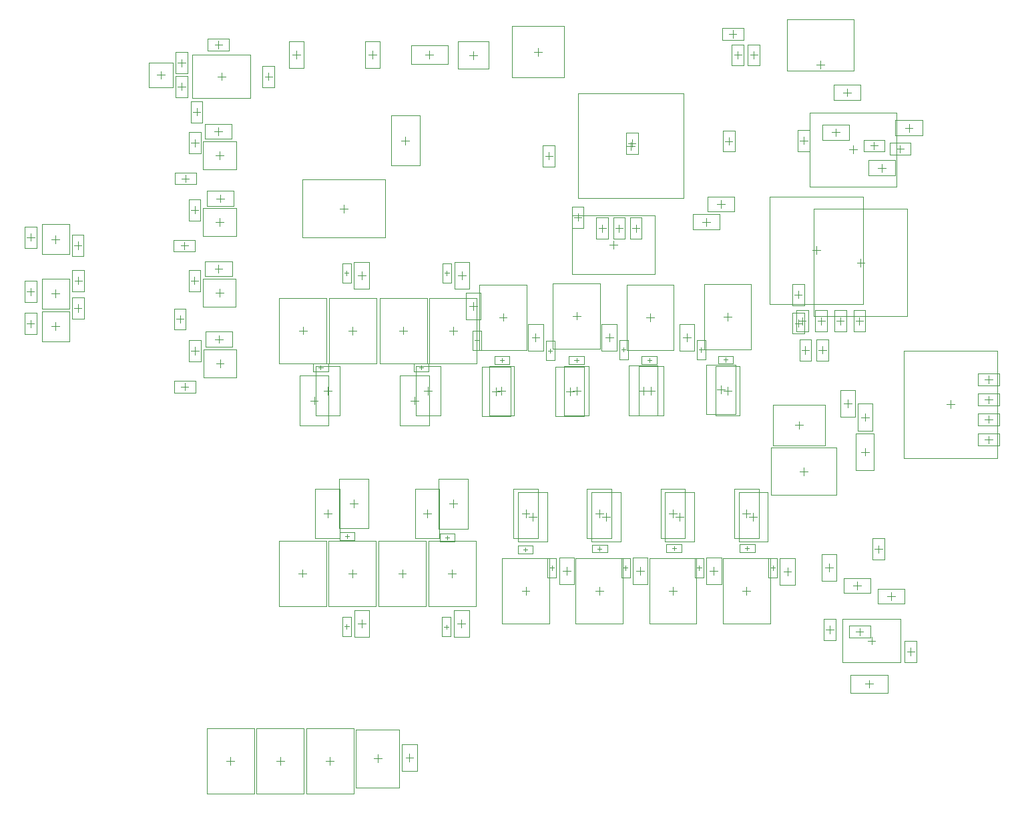
<source format=gbr>
%TF.GenerationSoftware,Altium Limited,Altium Designer,19.1.8 (144)*%
G04 Layer_Color=32768*
%FSLAX26Y26*%
%MOIN*%
%TF.FileFunction,Other,Mechanical_15*%
%TF.Part,Single*%
G01*
G75*
%TA.AperFunction,NonConductor*%
%ADD69C,0.003937*%
%ADD119C,0.001968*%
D69*
X3543699Y3586700D02*
X3581101D01*
X3562400Y3567999D02*
Y3605401D01*
X3911000Y2657999D02*
Y2695401D01*
X3892299Y2676700D02*
X3929701D01*
X4030600Y2524599D02*
Y2562001D01*
X4011899Y2543300D02*
X4049301D01*
X3945000Y2523499D02*
Y2560901D01*
X3926299Y2542200D02*
X3963701D01*
X3909700Y2800499D02*
Y2837901D01*
X3890999Y2819200D02*
X3928401D01*
X4841599Y2395200D02*
X4879001D01*
X4860300Y2376499D02*
Y2413901D01*
X4841599Y2294500D02*
X4879001D01*
X4860300Y2275799D02*
Y2313201D01*
X4841599Y2195800D02*
X4879001D01*
X4860300Y2177099D02*
Y2214501D01*
X4841599Y2094400D02*
X4879001D01*
X4860300Y2075699D02*
Y2113101D01*
X4215000Y2668699D02*
Y2706101D01*
X4196299Y2687400D02*
X4233701D01*
X4119733Y2668699D02*
Y2706101D01*
X4101033Y2687400D02*
X4138434D01*
X4024467Y2668699D02*
Y2706101D01*
X4005766Y2687400D02*
X4043167D01*
X3929200Y2668699D02*
Y2706101D01*
X3910499Y2687400D02*
X3947901D01*
X3099000Y3132599D02*
Y3170001D01*
X3080299Y3151300D02*
X3117701D01*
X3014800Y3132599D02*
Y3170001D01*
X2996099Y3151300D02*
X3033501D01*
X2931200Y3132599D02*
Y3170001D01*
X2912499Y3151300D02*
X2949901D01*
X2808800Y3187699D02*
Y3225101D01*
X2790099Y3206400D02*
X2827501D01*
X727000Y3897315D02*
Y3936685D01*
X707315Y3917000D02*
X746685D01*
X4163740Y3544000D02*
X4203110D01*
X4183425Y3524315D02*
Y3563685D01*
X2287000Y3996315D02*
Y4035685D01*
X2267315Y4016000D02*
X2306685D01*
X3079400Y3557499D02*
Y3594901D01*
X3060699Y3576200D02*
X3098101D01*
X2578606Y2605000D02*
X2617976D01*
X2598291Y2585315D02*
Y2624685D01*
X2267315Y2763000D02*
X2306685D01*
X2287000Y2743315D02*
Y2782685D01*
X3937285Y1916045D02*
Y1955415D01*
X3917600Y1935730D02*
X3956970D01*
X3914000Y2147315D02*
Y2186685D01*
X3894315Y2167000D02*
X3933685D01*
X4223281Y2206730D02*
X4262651D01*
X4242966Y2187045D02*
Y2226415D01*
X4223499Y2033334D02*
X4262869D01*
X4243184Y2013649D02*
Y2053020D01*
X181482Y2824370D02*
X220853D01*
X201168Y2804685D02*
Y2844055D01*
X181315Y2660817D02*
X220685D01*
X201000Y2641132D02*
Y2680502D01*
X75832Y2655299D02*
Y2692701D01*
X57132Y2674000D02*
X94533D01*
X314000Y2871299D02*
Y2908701D01*
X295299Y2890000D02*
X332701D01*
X313000Y2733299D02*
Y2770701D01*
X294299Y2752000D02*
X331701D01*
X830500Y3840799D02*
Y3878201D01*
X811799Y3859500D02*
X849201D01*
X886799Y3732667D02*
X924201D01*
X905500Y3713966D02*
Y3751368D01*
X2582491Y1689315D02*
Y1728685D01*
X2562806Y1709000D02*
X2602176D01*
X2949912Y1689315D02*
Y1728685D01*
X2930227Y1709000D02*
X2969597D01*
X3317334Y1689315D02*
Y1728685D01*
X3297648Y1709000D02*
X3337019D01*
X3684755Y1689315D02*
Y1728685D01*
X3665070Y1709000D02*
X3704440D01*
X1656400Y1601064D02*
Y1621536D01*
X1646164Y1611300D02*
X1666636D01*
X2157000Y1593764D02*
Y1614236D01*
X2146764Y1604000D02*
X2167236D01*
X2536764Y1546000D02*
X2557236D01*
X2547000Y1535764D02*
Y1556236D01*
X2907764Y1550000D02*
X2928236D01*
X2918000Y1539764D02*
Y1560236D01*
X3279008Y1552137D02*
X3299481D01*
X3289244Y1541901D02*
Y1562373D01*
X3644401Y1551989D02*
X3664873D01*
X3654637Y1541753D02*
Y1562225D01*
X1525000Y2444764D02*
Y2465236D01*
X1514764Y2455000D02*
X1535236D01*
X1472520Y2290000D02*
X1511890D01*
X1492205Y2270315D02*
Y2309685D01*
X2419764Y2493118D02*
X2440236D01*
X2430000Y2482882D02*
Y2503354D01*
X3535764Y2493754D02*
X3556236D01*
X3546000Y2483518D02*
Y2503990D01*
X3523314Y2326009D02*
Y2365379D01*
X3503629Y2345694D02*
X3542999D01*
X3155664Y2491900D02*
X3176136D01*
X3165900Y2481664D02*
Y2502136D01*
X3135650Y2320115D02*
Y2359485D01*
X3115965Y2339800D02*
X3155335D01*
X2791764Y2492648D02*
X2812236D01*
X2802000Y2482411D02*
Y2502884D01*
X2769000Y2315315D02*
Y2354685D01*
X2749315Y2335000D02*
X2788685D01*
X2401579Y2315785D02*
Y2355155D01*
X2381894Y2335470D02*
X2421264D01*
X1973957Y2290000D02*
X2013327D01*
X1993642Y2270315D02*
Y2309685D01*
X2026437Y2444764D02*
Y2465236D01*
X2016201Y2455000D02*
X2036673D01*
X3073622Y3542953D02*
Y3582323D01*
X3053937Y3562638D02*
X3093307D01*
X4310400Y1528999D02*
Y1566401D01*
X4291699Y1547700D02*
X4329101D01*
X4243315Y873600D02*
X4282685D01*
X4263000Y853915D02*
Y893285D01*
X4183315Y1365356D02*
X4222685D01*
X4203000Y1345671D02*
Y1385041D01*
X2916222Y1704994D02*
Y1744364D01*
X2896537Y1724679D02*
X2935907D01*
X3283643Y1704994D02*
Y1744364D01*
X3263958Y1724679D02*
X3303328D01*
X3631380D02*
X3670750D01*
X3651065Y1704994D02*
Y1744364D01*
X2037315Y1724679D02*
X2076685D01*
X2057000Y1704994D02*
Y1744364D01*
X1539838Y1725979D02*
X1579208D01*
X1559523Y1706294D02*
Y1745664D01*
X1540315Y2339321D02*
X1579685D01*
X1560000Y2319636D02*
Y2359006D01*
X2041752Y2339321D02*
X2081122D01*
X2061437Y2319636D02*
Y2359006D01*
X3557277Y2319315D02*
Y2358685D01*
X3537592Y2339000D02*
X3576962D01*
X3154551D02*
X3193921D01*
X3174236Y2319315D02*
Y2358685D01*
X2782915Y2339000D02*
X2822285D01*
X2802600Y2319315D02*
Y2358685D01*
X2427900Y2319315D02*
Y2358685D01*
X2408215Y2339000D02*
X2447585D01*
X3651064Y1318084D02*
Y1357455D01*
X3631379Y1337770D02*
X3670749D01*
X3283643Y1318084D02*
Y1357455D01*
X3263958Y1337770D02*
X3303328D01*
X2916221Y1318084D02*
Y1357455D01*
X2896536Y1337770D02*
X2935906D01*
X2548800Y1318084D02*
Y1357455D01*
X2529115Y1337770D02*
X2568485D01*
X2180477Y1404315D02*
Y1443685D01*
X2160792Y1424000D02*
X2200162D01*
X1932081Y1405614D02*
Y1444984D01*
X1912396Y1425299D02*
X1951766D01*
X1683000Y1405614D02*
Y1444984D01*
X1663315Y1425299D02*
X1702685D01*
X1434604Y1406914D02*
Y1446284D01*
X1414919Y1426599D02*
X1454289D01*
X1436523Y2620315D02*
Y2659685D01*
X1416838Y2640000D02*
X1456208D01*
X1684919Y2619016D02*
Y2658386D01*
X1665234Y2638701D02*
X1704604D01*
X1937961Y2620315D02*
Y2659685D01*
X1918276Y2640000D02*
X1957646D01*
X2186356Y2619016D02*
Y2658386D01*
X2166671Y2638701D02*
X2206041D01*
X2435269Y2687016D02*
Y2726386D01*
X2415584Y2706701D02*
X2454954D01*
X2803000Y2693615D02*
Y2732985D01*
X2783315Y2713300D02*
X2822685D01*
X3170112Y2686439D02*
Y2725809D01*
X3150427Y2706124D02*
X3189797D01*
X3557077Y2687652D02*
Y2727022D01*
X3537392Y2707337D02*
X3576762D01*
X4306494Y3453000D02*
X4345864D01*
X4326179Y3433315D02*
Y3472685D01*
X4442315Y3653000D02*
X4481685D01*
X4462000Y3633315D02*
Y3672685D01*
X4399724Y3548000D02*
X4437126D01*
X4418425Y3529299D02*
Y3566701D01*
X4269724Y3564000D02*
X4307126D01*
X4288425Y3545299D02*
Y3582701D01*
X4000984Y3969685D02*
X4040354D01*
X4020669Y3950000D02*
Y3989370D01*
X3582362Y4103283D02*
Y4140685D01*
X3563662Y4121984D02*
X3601063D01*
X3668662Y4016984D02*
X3706063D01*
X3687362Y3998284D02*
Y4035685D01*
X3607362Y3998284D02*
Y4035685D01*
X3588662Y4016984D02*
X3626063D01*
X2610000Y4013315D02*
Y4052685D01*
X2590315Y4033000D02*
X2629685D01*
X4076740Y3630468D02*
X4116110D01*
X4096425Y3610783D02*
Y3650153D01*
X2529115Y1724679D02*
X2568485D01*
X2548800Y1704994D02*
Y1744364D01*
X3431315Y3183000D02*
X3470685D01*
X3451000Y3163315D02*
Y3202685D01*
X3503315Y3271000D02*
X3542685D01*
X3523000Y3251315D02*
Y3290685D01*
X4354315Y1311000D02*
X4393685D01*
X4374000Y1291315D02*
Y1330685D01*
X2664189Y3493699D02*
Y3531101D01*
X2645488Y3512400D02*
X2682890D01*
X2986000Y3049315D02*
Y3088685D01*
X2966315Y3069000D02*
X3005685D01*
X4001000Y3021315D02*
Y3060685D01*
X3981315Y3041000D02*
X4020685D01*
X999449Y2828402D02*
X1038819D01*
X1019134Y2808716D02*
Y2848087D01*
X876250Y2890000D02*
X913652D01*
X894951Y2871299D02*
Y2908701D01*
X995315Y2948648D02*
X1034685D01*
X1015000Y2928963D02*
Y2968333D01*
X803299Y2697000D02*
X840701D01*
X822000Y2678299D02*
Y2715701D01*
X1968345Y485315D02*
Y524685D01*
X1948660Y505000D02*
X1988030D01*
X1809345Y481315D02*
Y520685D01*
X1789660Y501000D02*
X1829030D01*
X4201915Y2979300D02*
X4241285D01*
X4221600Y2959615D02*
Y2998985D01*
X1264000Y3891299D02*
Y3928701D01*
X1245299Y3910000D02*
X1282701D01*
X811299Y3978000D02*
X848701D01*
X830000Y3959299D02*
Y3996701D01*
X1014000Y4050128D02*
Y4087530D01*
X995299Y4068829D02*
X1032701D01*
X1009315Y3910000D02*
X1048685D01*
X1029000Y3890315D02*
Y3929685D01*
X4156184Y2256045D02*
Y2295415D01*
X4136499Y2275730D02*
X4175869D01*
X201168Y3076724D02*
Y3116095D01*
X181482Y3096409D02*
X220853D01*
X293299Y3065000D02*
X330701D01*
X312000Y3046299D02*
Y3083701D01*
X57299Y2834000D02*
X94701D01*
X76000Y2815299D02*
Y2852701D01*
X58499Y3106500D02*
X95901D01*
X77200Y3087799D02*
Y3125201D01*
X1928315Y3589000D02*
X1967685D01*
X1948000Y3569315D02*
Y3608685D01*
X1640000Y3229667D02*
Y3269037D01*
X1620315Y3249352D02*
X1659685D01*
X997181Y2596845D02*
X1036551D01*
X1016866Y2577160D02*
Y2616530D01*
X876982Y3243197D02*
X914384D01*
X895683Y3224496D02*
Y3261898D01*
X1004715Y3300200D02*
X1044085D01*
X1024400Y3280515D02*
Y3319885D01*
X844866Y3045299D02*
Y3082701D01*
X826165Y3064000D02*
X863567D01*
X1002515Y2475600D02*
X1041885D01*
X1022200Y2455915D02*
Y2495285D01*
X878116Y2538197D02*
X915518D01*
X896817Y2519496D02*
Y2556898D01*
X846000Y2340299D02*
Y2377701D01*
X827299Y2359000D02*
X864701D01*
X1000181Y3181599D02*
X1039551D01*
X1019866Y3161913D02*
Y3201284D01*
X1001315Y3516000D02*
X1040685D01*
X1021000Y3496315D02*
Y3535685D01*
X878116Y3577598D02*
X915518D01*
X896817Y3558898D02*
Y3596299D01*
X993115Y3634400D02*
X1032485D01*
X1012800Y3614715D02*
Y3654085D01*
X849700Y3381399D02*
Y3418801D01*
X830999Y3400100D02*
X868401D01*
X2753200Y1419315D02*
Y1458685D01*
X2733515Y1439000D02*
X2772885D01*
X2658160Y1405772D02*
X2701467D01*
X2658160Y1502228D02*
X2701467D01*
Y1405772D02*
Y1502228D01*
X2658160Y1405772D02*
Y1502228D01*
X2679814Y1443173D02*
Y1464827D01*
X2668987Y1454000D02*
X2690640D01*
X2649346Y2490795D02*
X2692653D01*
X2649346Y2587251D02*
X2692653D01*
Y2490795D02*
Y2587251D01*
X2649346Y2490795D02*
Y2587251D01*
X2671000Y2528196D02*
Y2549850D01*
X2660173Y2539023D02*
X2681827D01*
X2965713Y2585209D02*
Y2624579D01*
X2946028Y2604894D02*
X2985398D01*
X3015846Y2496772D02*
X3059153D01*
X3015846Y2593228D02*
X3059153D01*
Y2496772D02*
Y2593228D01*
X3015846Y2496772D02*
Y2593228D01*
X3037500Y2534173D02*
Y2555827D01*
X3026673Y2545000D02*
X3048327D01*
X3855500Y1414915D02*
Y1454285D01*
X3835815Y1434600D02*
X3875185D01*
X3760424Y1405772D02*
X3803731D01*
X3760424Y1502228D02*
X3803731D01*
Y1405772D02*
Y1502228D01*
X3760424Y1405772D02*
Y1502228D01*
X3782078Y1443173D02*
Y1464827D01*
X3771251Y1454000D02*
X3792905D01*
X2230502Y2895315D02*
Y2934685D01*
X2210817Y2915000D02*
X2250187D01*
X2133494Y2879409D02*
X2176801D01*
X2133494Y2975866D02*
X2176801D01*
Y2879409D02*
Y2975866D01*
X2133494Y2879409D02*
Y2975866D01*
X2155148Y2916811D02*
Y2938465D01*
X2144321Y2927638D02*
X2165975D01*
X1729065Y2895315D02*
Y2934685D01*
X1709380Y2915000D02*
X1748750D01*
X1632057Y2879409D02*
X1675364D01*
X1632057Y2975866D02*
X1675364D01*
Y2879409D02*
Y2975866D01*
X1632057Y2879409D02*
Y2975866D01*
X1653711Y2916811D02*
Y2938465D01*
X1642884Y2927638D02*
X1664537D01*
X2227935Y1154315D02*
Y1193685D01*
X2208250Y1174000D02*
X2247620D01*
X2130347Y1207228D02*
X2173654D01*
X2130347Y1110772D02*
X2173654D01*
X2130347D02*
Y1207228D01*
X2173654Y1110772D02*
Y1207228D01*
X2152000Y1148173D02*
Y1169827D01*
X2141173Y1159000D02*
X2162827D01*
X1730458Y1155614D02*
Y1194984D01*
X1710773Y1175299D02*
X1750143D01*
X1632870Y1208528D02*
X1676177D01*
X1632870Y1112071D02*
X1676177D01*
X1632870D02*
Y1208528D01*
X1676177Y1112071D02*
Y1208528D01*
X1654523Y1149473D02*
Y1171126D01*
X1643697Y1160299D02*
X1665350D01*
X3352677Y2586421D02*
Y2625791D01*
X3332992Y2606106D02*
X3372362D01*
X3403041Y2495476D02*
X3446348D01*
X3403041Y2591933D02*
X3446348D01*
Y2495476D02*
Y2591933D01*
X3403041Y2495476D02*
Y2591933D01*
X3424695Y2532878D02*
Y2554532D01*
X3413868Y2543705D02*
X3435522D01*
X2282602Y2542242D02*
X2325909D01*
X2282602Y2638699D02*
X2325909D01*
Y2542242D02*
Y2638699D01*
X2282602Y2542242D02*
Y2638699D01*
X2304256Y2579644D02*
Y2601297D01*
X2293429Y2590470D02*
X2315082D01*
X3488042Y1419315D02*
Y1458685D01*
X3468357Y1439000D02*
X3507727D01*
X3393003Y1405772D02*
X3436310D01*
X3393003Y1502228D02*
X3436310D01*
Y1405772D02*
Y1502228D01*
X3393003Y1405772D02*
Y1502228D01*
X3414657Y1443173D02*
Y1464827D01*
X3403830Y1454000D02*
X3425483D01*
X3025581Y1405772D02*
X3068889D01*
X3025581Y1502228D02*
X3068889D01*
Y1405772D02*
Y1502228D01*
X3025581Y1405772D02*
Y1502228D01*
X3047235Y1443173D02*
Y1464827D01*
X3036408Y1454000D02*
X3058062D01*
X3120621Y1419315D02*
Y1458685D01*
X3100936Y1439000D02*
X3140306D01*
X1689523Y1755614D02*
Y1794984D01*
X1669838Y1775299D02*
X1709208D01*
X2187000Y1754315D02*
Y1793685D01*
X2167315Y1774000D02*
X2206685D01*
X4216000Y1115656D02*
Y1153057D01*
X4197299Y1134356D02*
X4234701D01*
X4153425Y3810315D02*
Y3849685D01*
X4133740Y3830000D02*
X4173110D01*
X3917899Y3589800D02*
X3955301D01*
X3936600Y3571099D02*
Y3608501D01*
X2068000Y3998764D02*
Y4038134D01*
X2048315Y4018449D02*
X2087685D01*
X1763315D02*
X1802685D01*
X1783000Y3998764D02*
Y4038134D01*
X1383315Y4018449D02*
X1422685D01*
X1403000Y3998764D02*
Y4038134D01*
X1551107Y489701D02*
X1590477D01*
X1570792Y470016D02*
Y509386D01*
X1302711Y489701D02*
X1342081D01*
X1322396Y470016D02*
Y509386D01*
X1054315Y489701D02*
X1093685D01*
X1074000Y470016D02*
Y509386D01*
X4044315Y1454000D02*
X4083685D01*
X4064000Y1434315D02*
Y1473685D01*
X4275449Y1070223D02*
Y1109592D01*
X4255764Y1089908D02*
X4295134D01*
X4452299Y1035459D02*
X4489701D01*
X4471000Y1016758D02*
Y1054159D01*
X4048499Y1145300D02*
X4085901D01*
X4067200Y1126599D02*
Y1164001D01*
X4669000Y2251315D02*
Y2290685D01*
X4649315Y2271000D02*
X4688685D01*
D119*
X3591928Y3533550D02*
Y3639850D01*
X3532872Y3533550D02*
Y3639850D01*
Y3533550D02*
X3591928D01*
X3532872Y3639850D02*
X3591928D01*
X3881472Y2729850D02*
X3940528D01*
X3881472Y2623550D02*
X3940528D01*
X3881472D02*
Y2729850D01*
X3940528Y2623550D02*
Y2729850D01*
X4001072Y2490150D02*
X4060128D01*
X4001072Y2596450D02*
X4060128D01*
Y2490150D02*
Y2596450D01*
X4001072Y2490150D02*
Y2596450D01*
X3915472Y2489050D02*
X3974528D01*
X3915472Y2595350D02*
X3974528D01*
Y2489050D02*
Y2595350D01*
X3915472Y2489050D02*
Y2595350D01*
X3880173Y2872350D02*
X3939228D01*
X3880173Y2766050D02*
X3939228D01*
X3880173D02*
Y2872350D01*
X3939228Y2766050D02*
Y2872350D01*
X4913450Y2365672D02*
Y2424727D01*
X4807150Y2365672D02*
Y2424727D01*
X4913450D01*
X4807150Y2365672D02*
X4913450D01*
Y2264972D02*
Y2324028D01*
X4807150Y2264972D02*
Y2324028D01*
X4913450D01*
X4807150Y2264972D02*
X4913450D01*
Y2166272D02*
Y2225327D01*
X4807150Y2166272D02*
Y2225327D01*
X4913450D01*
X4807150Y2166272D02*
X4913450D01*
Y2064872D02*
Y2123927D01*
X4807150Y2064872D02*
Y2123927D01*
X4913450D01*
X4807150Y2064872D02*
X4913450D01*
X4185472Y2634250D02*
X4244527D01*
X4185472Y2740550D02*
X4244527D01*
X4185472Y2634250D02*
Y2740550D01*
X4244527Y2634250D02*
Y2740550D01*
X4090206Y2634250D02*
X4149261D01*
X4090206Y2740550D02*
X4149261D01*
X4090206Y2634250D02*
Y2740550D01*
X4149261Y2634250D02*
Y2740550D01*
X3994939Y2634250D02*
X4053994D01*
X3994939Y2740550D02*
X4053994D01*
X3994939Y2634250D02*
Y2740550D01*
X4053994Y2634250D02*
Y2740550D01*
X3899673Y2634250D02*
X3958728D01*
X3899673Y2740550D02*
X3958728D01*
X3899673Y2634250D02*
Y2740550D01*
X3958728Y2634250D02*
Y2740550D01*
X3069472Y3098150D02*
X3128528D01*
X3069472Y3204450D02*
X3128528D01*
X3069472Y3098150D02*
Y3204450D01*
X3128528Y3098150D02*
Y3204450D01*
X2985272Y3098150D02*
X3044327D01*
X2985272Y3204450D02*
X3044327D01*
X2985272Y3098150D02*
Y3204450D01*
X3044327Y3098150D02*
Y3204450D01*
X2901672Y3098150D02*
X2960727D01*
X2901672Y3204450D02*
X2960727D01*
X2901672Y3098150D02*
Y3204450D01*
X2960727Y3098150D02*
Y3204450D01*
X2779272Y3153250D02*
X2838327D01*
X2779272Y3259550D02*
X2838327D01*
X2779272Y3153250D02*
Y3259550D01*
X2838327Y3153250D02*
Y3259550D01*
X665976Y3855583D02*
X788024D01*
X665976Y3978417D02*
X788024D01*
X665976Y3855583D02*
Y3978417D01*
X788024Y3855583D02*
Y3978417D01*
X3966890Y3358961D02*
Y3729039D01*
X4399961Y3358961D02*
Y3729039D01*
X3966890D02*
X4399961D01*
X3966890Y3358961D02*
X4399961D01*
X2211213Y4084898D02*
X2362787D01*
X2211213Y3947102D02*
X2362787D01*
Y4084898D01*
X2211213Y3947102D02*
Y4084898D01*
X3049872Y3629350D02*
X3108928D01*
X3049872Y3523050D02*
X3108928D01*
X3049872D02*
Y3629350D01*
X3108928Y3523050D02*
Y3629350D01*
X2560890Y2538071D02*
Y2671929D01*
X2635693Y2538071D02*
Y2671929D01*
X2560890D02*
X2635693D01*
X2560890Y2538071D02*
X2635693D01*
X2249598Y2696071D02*
Y2829929D01*
X2324402Y2696071D02*
Y2829929D01*
X2249598D02*
X2324402D01*
X2249598Y2696071D02*
X2324402D01*
X3773899Y1817620D02*
X4100670D01*
X3773899Y2053840D02*
X4100670D01*
X3773899Y1817620D02*
Y2053840D01*
X4100670Y1817620D02*
Y2053840D01*
X3783095Y2066016D02*
X4044905D01*
X3783095Y2267984D02*
X4044905D01*
X3783095Y2066016D02*
Y2267984D01*
X4044905Y2066016D02*
Y2267984D01*
X4280367Y2139801D02*
Y2273659D01*
X4205564Y2139801D02*
Y2273659D01*
Y2139801D02*
X4280367D01*
X4205564Y2273659D02*
X4280367D01*
X4288460Y1940815D02*
Y2125854D01*
X4197908Y1940815D02*
Y2125854D01*
Y1940815D02*
X4288460D01*
X4197908Y2125854D02*
X4288460D01*
X270065Y2748583D02*
Y2900157D01*
X132270Y2748583D02*
Y2900157D01*
Y2748583D02*
X270065D01*
X132270Y2900157D02*
X270065D01*
X269898Y2585030D02*
Y2736604D01*
X132102Y2585030D02*
Y2736604D01*
Y2585030D02*
X269898D01*
X132102Y2736604D02*
X269898D01*
X46305Y2620850D02*
X105360D01*
X46305Y2727150D02*
X105360D01*
Y2620850D02*
Y2727150D01*
X46305Y2620850D02*
Y2727150D01*
X284473Y2836850D02*
X343528D01*
X284473Y2943150D02*
X343528D01*
Y2836850D02*
Y2943150D01*
X284473Y2836850D02*
Y2943150D01*
X283473Y2698850D02*
X342528D01*
X283473Y2805150D02*
X342528D01*
Y2698850D02*
Y2805150D01*
X283473Y2698850D02*
Y2805150D01*
X800972Y3912650D02*
X860028D01*
X800972Y3806350D02*
X860028D01*
X800972D02*
Y3912650D01*
X860028Y3806350D02*
Y3912650D01*
X875972Y3679518D02*
Y3785817D01*
X935028Y3679518D02*
Y3785817D01*
X875972D02*
X935028D01*
X875972Y3679518D02*
X935028D01*
X2509656Y1584984D02*
X2655325D01*
X2509656Y1833016D02*
X2655325D01*
Y1584984D02*
Y1833016D01*
X2509656Y1584984D02*
Y1833016D01*
X2877077Y1584984D02*
X3022747D01*
X2877077Y1833016D02*
X3022747D01*
Y1584984D02*
Y1833016D01*
X2877077Y1584984D02*
Y1833016D01*
X3244499Y1584984D02*
X3390168D01*
X3244499Y1833016D02*
X3390168D01*
Y1584984D02*
Y1833016D01*
X3244499Y1584984D02*
Y1833016D01*
X3611920Y1584984D02*
X3757590D01*
X3611920Y1833016D02*
X3757590D01*
Y1584984D02*
Y1833016D01*
X3611920Y1584984D02*
Y1833016D01*
X1618998Y1630985D02*
X1693802D01*
X1618998Y1591615D02*
X1693802D01*
Y1630985D01*
X1618998Y1591615D02*
Y1630985D01*
X2119599Y1623685D02*
X2194402D01*
X2119599Y1584315D02*
X2194402D01*
Y1623685D01*
X2119599Y1584315D02*
Y1623685D01*
X2509599Y1526315D02*
Y1565685D01*
X2584402Y1526315D02*
Y1565685D01*
X2509599Y1526315D02*
X2584402D01*
X2509599Y1565685D02*
X2584402D01*
X2880599Y1530315D02*
Y1569685D01*
X2955402Y1530315D02*
Y1569685D01*
X2880599Y1530315D02*
X2955402D01*
X2880599Y1569685D02*
X2955402D01*
X3251843Y1532452D02*
Y1571822D01*
X3326646Y1532452D02*
Y1571822D01*
X3251843Y1532452D02*
X3326646D01*
X3251843Y1571822D02*
X3326646D01*
X3617235Y1532304D02*
Y1571674D01*
X3692038Y1532304D02*
Y1571674D01*
X3617235Y1532304D02*
X3692038D01*
X3617235Y1571674D02*
X3692038D01*
X1487598Y2435315D02*
X1562401D01*
X1487598Y2474685D02*
X1562401D01*
X1487598Y2435315D02*
Y2474685D01*
X1562401Y2435315D02*
Y2474685D01*
X1565039Y2165984D02*
Y2414016D01*
X1419370Y2165984D02*
Y2414016D01*
Y2165984D02*
X1565039D01*
X1419370Y2414016D02*
X1565039D01*
X2467401Y2473433D02*
Y2512803D01*
X2392598Y2473433D02*
Y2512803D01*
X2467401D01*
X2392598Y2473433D02*
X2467401D01*
X3583401Y2474069D02*
Y2513439D01*
X3508598Y2474069D02*
Y2513439D01*
X3583401D01*
X3508598Y2474069D02*
X3583401D01*
X3450479Y2469709D02*
X3596149D01*
X3450479Y2221678D02*
X3596149D01*
X3450479D02*
Y2469709D01*
X3596149Y2221678D02*
Y2469709D01*
X3203302Y2472215D02*
Y2511585D01*
X3128498Y2472215D02*
Y2511585D01*
X3203302D01*
X3128498Y2472215D02*
X3203302D01*
X3062815Y2463816D02*
X3208484D01*
X3062815Y2215784D02*
X3208484D01*
X3062815D02*
Y2463816D01*
X3208484Y2215784D02*
Y2463816D01*
X2839401Y2472963D02*
Y2512333D01*
X2764598Y2472963D02*
Y2512333D01*
X2839401D01*
X2764598Y2472963D02*
X2839401D01*
X2696165Y2459016D02*
X2841835D01*
X2696165Y2210984D02*
X2841835D01*
X2696165D02*
Y2459016D01*
X2841835Y2210984D02*
Y2459016D01*
X2328744Y2459486D02*
X2474413D01*
X2328744Y2211455D02*
X2474413D01*
X2328744D02*
Y2459486D01*
X2474413Y2211455D02*
Y2459486D01*
X2066477Y2165984D02*
Y2414016D01*
X1920807Y2165984D02*
Y2414016D01*
Y2165984D02*
X2066477D01*
X1920807Y2414016D02*
X2066477D01*
X1989036Y2435315D02*
X2063839D01*
X1989036Y2474685D02*
X2063839D01*
X1989036Y2435315D02*
Y2474685D01*
X2063839Y2435315D02*
Y2474685D01*
X2811811Y3300827D02*
X3335433D01*
X2811811Y3824449D02*
X3335433D01*
Y3300827D02*
Y3824449D01*
X2811811Y3300827D02*
Y3824449D01*
X4280872Y1600850D02*
X4339927D01*
X4280872Y1494550D02*
X4339927D01*
Y1600850D01*
X4280872Y1494550D02*
Y1600850D01*
X4170480Y828324D02*
Y918876D01*
X4355520Y828324D02*
Y918876D01*
X4170480D02*
X4355520D01*
X4170480Y828324D02*
X4355520D01*
X4269929Y1327955D02*
Y1402758D01*
X4136071Y1327955D02*
Y1402758D01*
Y1327955D02*
X4269929D01*
X4136071Y1402758D02*
X4269929D01*
X2855198Y1600663D02*
X2977245D01*
X2855198Y1848695D02*
X2977245D01*
X2855198Y1600663D02*
Y1848695D01*
X2977245Y1600663D02*
Y1848695D01*
X3222620Y1600663D02*
X3344667D01*
X3222620Y1848695D02*
X3344667D01*
X3222620Y1600663D02*
Y1848695D01*
X3344667Y1600663D02*
Y1848695D01*
X3712088Y1600663D02*
Y1848695D01*
X3590041Y1600663D02*
Y1848695D01*
X3712088D01*
X3590041Y1600663D02*
X3712088D01*
X2118024Y1600664D02*
Y1848695D01*
X1995976Y1600664D02*
Y1848695D01*
X2118024D01*
X1995976Y1600664D02*
X2118024D01*
X1620547Y1601963D02*
Y1849994D01*
X1498500Y1601963D02*
Y1849994D01*
X1620547D01*
X1498500Y1601963D02*
X1620547D01*
X1498976Y2215305D02*
Y2463336D01*
X1621024Y2215305D02*
Y2463336D01*
X1498976Y2215305D02*
X1621024D01*
X1498976Y2463336D02*
X1621024D01*
X2000414Y2215305D02*
Y2463336D01*
X2122461Y2215305D02*
Y2463336D01*
X2000414Y2215305D02*
X2122461D01*
X2000414Y2463336D02*
X2122461D01*
X3496253Y2463016D02*
X3618300D01*
X3496253Y2214984D02*
X3618300D01*
Y2463016D01*
X3496253Y2214984D02*
Y2463016D01*
X3113212Y2214984D02*
Y2463016D01*
X3235259Y2214984D02*
Y2463016D01*
X3113212Y2214984D02*
X3235259D01*
X3113212Y2463016D02*
X3235259D01*
X2741576Y2214984D02*
Y2463016D01*
X2863624Y2214984D02*
Y2463016D01*
X2741576Y2214984D02*
X2863624D01*
X2741576Y2463016D02*
X2863624D01*
X2366876D02*
X2488924D01*
X2366876Y2214984D02*
X2488924D01*
Y2463016D01*
X2366876Y2214984D02*
Y2463016D01*
X3532954Y1174384D02*
X3769174D01*
X3532954Y1501155D02*
X3769174D01*
X3532954Y1174384D02*
Y1501155D01*
X3769174Y1174384D02*
Y1501155D01*
X3165533Y1174384D02*
X3401753D01*
X3165533Y1501155D02*
X3401753D01*
X3165533Y1174384D02*
Y1501155D01*
X3401753Y1174384D02*
Y1501155D01*
X2798111Y1174384D02*
X3034332D01*
X2798111Y1501155D02*
X3034332D01*
X2798111Y1174384D02*
Y1501155D01*
X3034332Y1174384D02*
Y1501155D01*
X2430690Y1174384D02*
X2666910D01*
X2430690Y1501155D02*
X2666910D01*
X2430690Y1174384D02*
Y1501155D01*
X2666910Y1174384D02*
Y1501155D01*
X2062366Y1260614D02*
X2298587D01*
X2062366Y1587386D02*
X2298587D01*
X2062366Y1260614D02*
Y1587386D01*
X2298587Y1260614D02*
Y1587386D01*
X1813971Y1261914D02*
X2050191D01*
X1813971Y1588685D02*
X2050191D01*
X1813971Y1261914D02*
Y1588685D01*
X2050191Y1261914D02*
Y1588685D01*
X1564890Y1261914D02*
X1801110D01*
X1564890Y1588685D02*
X1801110D01*
X1564890Y1261914D02*
Y1588685D01*
X1801110Y1261914D02*
Y1588685D01*
X1316494Y1263213D02*
X1552714D01*
X1316494Y1589984D02*
X1552714D01*
X1316494Y1263213D02*
Y1589984D01*
X1552714Y1263213D02*
Y1589984D01*
X1318413Y2803386D02*
X1554634D01*
X1318413Y2476614D02*
X1554634D01*
Y2803386D01*
X1318413Y2476614D02*
Y2803386D01*
X1566809Y2802086D02*
X1803029D01*
X1566809Y2475315D02*
X1803029D01*
Y2802086D01*
X1566809Y2475315D02*
Y2802086D01*
X1819850Y2803386D02*
X2056071D01*
X1819850Y2476614D02*
X2056071D01*
Y2803386D01*
X1819850Y2476614D02*
Y2803386D01*
X2068246Y2802086D02*
X2304467D01*
X2068246Y2475315D02*
X2304467D01*
Y2802086D01*
X2068246Y2475315D02*
Y2802086D01*
X2317159Y2870086D02*
X2553380D01*
X2317159Y2543315D02*
X2553380D01*
Y2870086D01*
X2317159Y2543315D02*
Y2870086D01*
X2684890Y2876686D02*
X2921110D01*
X2684890Y2549914D02*
X2921110D01*
Y2876686D01*
X2684890Y2549914D02*
Y2876686D01*
X3052002Y2869510D02*
X3288222D01*
X3052002Y2542738D02*
X3288222D01*
Y2869510D01*
X3052002Y2542738D02*
Y2869510D01*
X3438966Y2870722D02*
X3675187D01*
X3438966Y2543951D02*
X3675187D01*
Y2870722D01*
X3438966Y2543951D02*
Y2870722D01*
X4393108Y3415598D02*
Y3490402D01*
X4259250Y3415598D02*
Y3490402D01*
Y3415598D02*
X4393108D01*
X4259250Y3490402D02*
X4393108D01*
X4528929Y3615598D02*
Y3690402D01*
X4395071Y3615598D02*
Y3690402D01*
Y3615598D02*
X4528929D01*
X4395071Y3690402D02*
X4528929D01*
X4365276Y3518472D02*
Y3577528D01*
X4471575Y3518472D02*
Y3577528D01*
X4365276D02*
X4471575D01*
X4365276Y3518472D02*
X4471575D01*
X4341575Y3534472D02*
Y3593528D01*
X4235276Y3534472D02*
Y3593528D01*
Y3534472D02*
X4341575D01*
X4235276Y3593528D02*
X4341575D01*
X3853346Y3939173D02*
X4187992D01*
X3853346Y4195079D02*
X4187992D01*
X3853346Y3939173D02*
Y4195079D01*
X4187992Y3939173D02*
Y4195079D01*
X3529213Y4092457D02*
X3635512D01*
X3529213Y4151512D02*
X3635512D01*
Y4092457D02*
Y4151512D01*
X3529213Y4092457D02*
Y4151512D01*
X3716890Y3963835D02*
Y4070134D01*
X3657835Y3963835D02*
Y4070134D01*
X3716890D01*
X3657835Y3963835D02*
X3716890D01*
X3577835Y3963835D02*
X3636890D01*
X3577835Y4070134D02*
X3636890D01*
X3577835Y3963835D02*
Y4070134D01*
X3636890Y3963835D02*
Y4070134D01*
X2481063Y3905047D02*
X2738937D01*
X2481063D02*
Y4160953D01*
X2738937D01*
Y3905047D02*
Y4160953D01*
X4029496Y3593066D02*
Y3667869D01*
X4163354Y3593066D02*
Y3667869D01*
X4029496D02*
X4163354D01*
X4029496Y3593066D02*
X4163354D01*
X2609824Y1600663D02*
Y1848695D01*
X2487777Y1600663D02*
Y1848695D01*
X2609824D01*
X2487777Y1600663D02*
X2609824D01*
X3517929Y3145598D02*
Y3220402D01*
X3384071Y3145598D02*
Y3220402D01*
X3517929D01*
X3384071Y3145598D02*
X3517929D01*
X3456071Y3233598D02*
Y3308402D01*
X3589929Y3233598D02*
Y3308402D01*
X3456071Y3233598D02*
X3589929D01*
X3456071Y3308402D02*
X3589929D01*
X4307071Y1273598D02*
Y1348402D01*
X4440929Y1273598D02*
Y1348402D01*
X4307071Y1273598D02*
X4440929D01*
X4307071Y1348402D02*
X4440929D01*
X2634661Y3459250D02*
X2693716D01*
X2634661Y3565550D02*
X2693716D01*
Y3459250D02*
Y3565550D01*
X2634661Y3459250D02*
Y3565550D01*
X2779307Y2923331D02*
X3192693D01*
X2779307Y3214669D02*
X3192693D01*
Y2923331D02*
Y3214669D01*
X2779307Y2923331D02*
Y3214669D01*
X3767732Y2773284D02*
X4234268D01*
X3767732Y3308716D02*
X4234268D01*
Y2773284D02*
Y3308716D01*
X3767732Y2773284D02*
Y3308716D01*
X936457Y2757535D02*
Y2899268D01*
X1101811Y2757535D02*
Y2899268D01*
X936457Y2757535D02*
X1101811D01*
X936457Y2899268D02*
X1101811D01*
X865423Y2836850D02*
Y2943150D01*
X924478Y2836850D02*
Y2943150D01*
X865423D02*
X924478D01*
X865423Y2836850D02*
X924478D01*
X948071Y2911246D02*
Y2986049D01*
X1081929Y2911246D02*
Y2986049D01*
X948071Y2911246D02*
X1081929D01*
X948071Y2986049D02*
X1081929D01*
X792472Y2643850D02*
Y2750150D01*
X851528Y2643850D02*
Y2750150D01*
X792472D02*
X851528D01*
X792472Y2643850D02*
X851528D01*
X1930943Y438071D02*
X2005746D01*
X1930943Y571929D02*
X2005746D01*
X1930943Y438071D02*
Y571929D01*
X2005746Y438071D02*
Y571929D01*
X1701077Y646669D02*
X1917613D01*
X1701077Y355331D02*
X1917613D01*
Y646669D01*
X1701077Y355331D02*
Y646669D01*
X3988332Y2711584D02*
Y3247017D01*
X4454868Y2711584D02*
Y3247017D01*
X3988332Y2711584D02*
X4454868D01*
X3988332Y3247017D02*
X4454868D01*
X1234473Y3963150D02*
X1293528D01*
X1234473Y3856850D02*
X1293528D01*
X1234473D02*
Y3963150D01*
X1293528Y3856850D02*
Y3963150D01*
X859528Y3924850D02*
Y4031150D01*
X800472Y3924850D02*
Y4031150D01*
Y3924850D02*
X859528D01*
X800472Y4031150D02*
X859528D01*
X960850Y4039302D02*
X1067150D01*
X960850Y4098357D02*
X1067150D01*
X960850Y4039302D02*
Y4098357D01*
X1067150Y4039302D02*
Y4098357D01*
X1174669Y3801732D02*
Y4018268D01*
X883331Y3801732D02*
Y4018268D01*
X1174669D01*
X883331Y3801732D02*
X1174669D01*
X4118783Y2208801D02*
X4193586D01*
X4118783Y2342659D02*
X4193586D01*
Y2208801D02*
Y2342659D01*
X4118783Y2208801D02*
Y2342659D01*
X132270Y3172197D02*
X270065D01*
X132270Y3020622D02*
X270065D01*
X132270D02*
Y3172197D01*
X270065Y3020622D02*
Y3172197D01*
X341527Y3011850D02*
Y3118150D01*
X282472Y3011850D02*
Y3118150D01*
Y3011850D02*
X341527D01*
X282472Y3118150D02*
X341527D01*
X105528Y2780850D02*
Y2887150D01*
X46472Y2780850D02*
Y2887150D01*
Y2780850D02*
X105528D01*
X46472Y2887150D02*
X105528D01*
X106728Y3053350D02*
Y3159650D01*
X47672Y3053350D02*
Y3159650D01*
Y3053350D02*
X106728D01*
X47672Y3159650D02*
X106728D01*
X2018866Y3464000D02*
Y3714000D01*
X1877134Y3464000D02*
Y3714000D01*
Y3464000D02*
X2018866D01*
X1877134Y3714000D02*
X2018866D01*
X1433307Y3103683D02*
X1846693D01*
X1433307Y3395022D02*
X1846693D01*
Y3103683D02*
Y3395022D01*
X1433307Y3103683D02*
Y3395022D01*
X949937Y2559443D02*
Y2634246D01*
X1083795Y2559443D02*
Y2634246D01*
X949937Y2559443D02*
X1083795D01*
X949937Y2634246D02*
X1083795D01*
X866155Y3190047D02*
Y3296347D01*
X925211Y3190047D02*
Y3296347D01*
X866155D02*
X925211D01*
X866155Y3190047D02*
X925211D01*
X957471Y3262798D02*
Y3337602D01*
X1091329Y3262798D02*
Y3337602D01*
X957471Y3262798D02*
X1091329D01*
X957471Y3337602D02*
X1091329D01*
X791717Y3034472D02*
X898016D01*
X791717Y3093528D02*
X898016D01*
X791717Y3034472D02*
Y3093528D01*
X898016Y3034472D02*
Y3093528D01*
X939523Y2404734D02*
Y2546466D01*
X1104877Y2404734D02*
Y2546466D01*
X939523Y2404734D02*
X1104877D01*
X939523Y2546466D02*
X1104877D01*
X867289Y2485047D02*
Y2591347D01*
X926344Y2485047D02*
Y2591347D01*
X867289D02*
X926344D01*
X867289Y2485047D02*
X926344D01*
X792850Y2329472D02*
X899150D01*
X792850Y2388528D02*
X899150D01*
X792850Y2329472D02*
Y2388528D01*
X899150Y2329472D02*
Y2388528D01*
X937189Y3110732D02*
Y3252465D01*
X1102543Y3110732D02*
Y3252465D01*
X937189Y3110732D02*
X1102543D01*
X937189Y3252465D02*
X1102543D01*
X938323Y3445134D02*
Y3586866D01*
X1103677Y3445134D02*
Y3586866D01*
X938323Y3445134D02*
X1103677D01*
X938323Y3586866D02*
X1103677D01*
X867289Y3524449D02*
Y3630748D01*
X926344Y3524449D02*
Y3630748D01*
X867289D02*
X926344D01*
X867289Y3524449D02*
X926344D01*
X945871Y3596998D02*
Y3671802D01*
X1079729Y3596998D02*
Y3671802D01*
X945871Y3596998D02*
X1079729D01*
X945871Y3671802D02*
X1079729D01*
X796550Y3370573D02*
X902850D01*
X796550Y3429628D02*
X902850D01*
X796550Y3370573D02*
Y3429628D01*
X902850Y3370573D02*
Y3429628D01*
X2715798Y1505929D02*
X2790601D01*
X2715798Y1372071D02*
X2790601D01*
X2715798D02*
Y1505929D01*
X2790601Y1372071D02*
Y1505929D01*
X2928311Y2537965D02*
X3003114D01*
X2928311Y2671823D02*
X3003114D01*
Y2537965D02*
Y2671823D01*
X2928311Y2537965D02*
Y2671823D01*
X3818098Y1501529D02*
X3892902D01*
X3818098Y1367671D02*
X3892902D01*
X3818098D02*
Y1501529D01*
X3892902Y1367671D02*
Y1501529D01*
X2193101Y2981929D02*
X2267904D01*
X2193101Y2848071D02*
X2267904D01*
X2193101D02*
Y2981929D01*
X2267904Y2848071D02*
Y2981929D01*
X1691664D02*
X1766467D01*
X1691664Y2848071D02*
X1766467D01*
X1691664D02*
Y2981929D01*
X1766467Y2848071D02*
Y2981929D01*
X2190533Y1107071D02*
X2265336D01*
X2190533Y1240929D02*
X2265336D01*
Y1107071D02*
Y1240929D01*
X2190533Y1107071D02*
Y1240929D01*
X1693057Y1108370D02*
X1767860D01*
X1693057Y1242228D02*
X1767860D01*
Y1108370D02*
Y1242228D01*
X1693057Y1108370D02*
Y1242228D01*
X3315275Y2539177D02*
X3390079D01*
X3315275Y2673035D02*
X3390079D01*
Y2539177D02*
Y2673035D01*
X3315275Y2539177D02*
Y2673035D01*
X3450641Y1505929D02*
X3525444D01*
X3450641Y1372071D02*
X3525444D01*
X3450641D02*
Y1505929D01*
X3525444Y1372071D02*
Y1505929D01*
X3083219D02*
X3158023D01*
X3083219Y1372071D02*
X3158023D01*
X3083219D02*
Y1505929D01*
X3158023Y1372071D02*
Y1505929D01*
X1616689Y1651284D02*
X1762358D01*
X1616689Y1899315D02*
X1762358D01*
Y1651284D02*
Y1899315D01*
X1616689Y1651284D02*
Y1899315D01*
X2114165Y1649984D02*
X2259835D01*
X2114165Y1898016D02*
X2259835D01*
Y1649984D02*
Y1898016D01*
X2114165Y1649984D02*
Y1898016D01*
X4162850Y1163884D02*
X4269150D01*
X4162850Y1104829D02*
X4269150D01*
Y1163884D01*
X4162850Y1104829D02*
Y1163884D01*
X4086496Y3867402D02*
X4220354D01*
X4086496Y3792598D02*
X4220354D01*
X4086496D02*
Y3867402D01*
X4220354Y3792598D02*
Y3867402D01*
X3907072Y3536650D02*
Y3642950D01*
X3966128Y3536650D02*
Y3642950D01*
X3907072Y3536650D02*
X3966128D01*
X3907072Y3642950D02*
X3966128D01*
X1975480Y3973173D02*
X2160520D01*
X1975480Y4063724D02*
X2160520D01*
Y3973173D02*
Y4063724D01*
X1975480Y3973173D02*
Y4063724D01*
X1745598Y3951520D02*
Y4085378D01*
X1820402Y3951520D02*
Y4085378D01*
X1745598Y3951520D02*
X1820402D01*
X1745598Y4085378D02*
X1820402D01*
X1440401Y3951520D02*
Y4085378D01*
X1365598Y3951520D02*
Y4085378D01*
X1440401D01*
X1365598Y3951520D02*
X1440401D01*
X1452681Y326315D02*
Y653087D01*
X1688902Y326315D02*
Y653087D01*
X1452681Y326315D02*
X1688902D01*
X1452681Y653087D02*
X1688902D01*
X1204286Y326315D02*
Y653087D01*
X1440506Y326315D02*
Y653087D01*
X1204286Y326315D02*
X1440506D01*
X1204286Y653087D02*
X1440506D01*
X955890Y326315D02*
Y653087D01*
X1192110Y326315D02*
Y653087D01*
X955890Y326315D02*
X1192110D01*
X955890Y653087D02*
X1192110D01*
X4101402Y1387071D02*
Y1520929D01*
X4026598Y1387071D02*
Y1520929D01*
X4101402D01*
X4026598Y1387071D02*
X4101402D01*
X4129779Y981640D02*
X4421118D01*
X4129779Y1198175D02*
X4421118D01*
Y981640D02*
Y1198175D01*
X4129779Y981640D02*
Y1198175D01*
X4500528Y982309D02*
Y1088608D01*
X4441472Y982309D02*
Y1088608D01*
X4500528D01*
X4441472Y982309D02*
X4500528D01*
X4037672Y1092150D02*
Y1198450D01*
X4096727Y1092150D02*
Y1198450D01*
X4037672Y1092150D02*
X4096727D01*
X4037672Y1198450D02*
X4096727D01*
X4435732Y2538716D02*
X4902268D01*
X4435732Y2003284D02*
X4902268D01*
X4435732D02*
Y2538716D01*
X4902268Y2003284D02*
Y2538716D01*
%TF.MD5,502ceb39aa2cc38c94f01e95c2392da2*%
M02*

</source>
